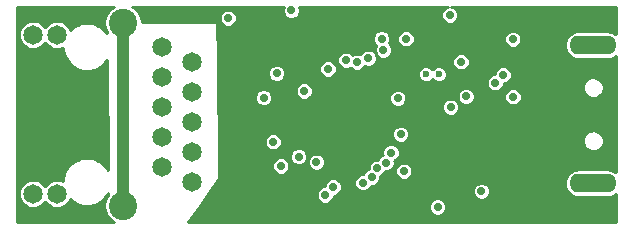
<source format=gbr>
G04 #@! TF.GenerationSoftware,KiCad,Pcbnew,5.99.0-unknown-efbc802~86~ubuntu18.04.1*
G04 #@! TF.CreationDate,2019-09-12T13:39:22+03:00*
G04 #@! TF.ProjectId,USB-GIGABIT_Rev_C,5553422d-4749-4474-9142-49545f526576,rev?*
G04 #@! TF.SameCoordinates,Original*
G04 #@! TF.FileFunction,Copper,L2,Inr*
G04 #@! TF.FilePolarity,Positive*
%FSLAX46Y46*%
G04 Gerber Fmt 4.6, Leading zero omitted, Abs format (unit mm)*
G04 Created by KiCad (PCBNEW 5.99.0-unknown-efbc802~86~ubuntu18.04.1) date 2019-09-12 13:39:22*
%MOMM*%
%LPD*%
G04 APERTURE LIST*
%ADD10O,4.000000X1.600000*%
%ADD11O,1.800000X1.800000*%
%ADD12C,0.600000*%
%ADD13C,2.400000*%
%ADD14C,1.650000*%
%ADD15C,0.700000*%
%ADD16C,1.016000*%
%ADD17C,0.254000*%
G04 APERTURE END LIST*
D10*
X104200000Y-64150000D03*
X104200000Y-75850000D03*
D11*
X83500000Y-70405500D03*
D12*
X62450000Y-67200000D03*
X59055000Y-66675000D03*
X58610500Y-73914000D03*
X62750000Y-73850000D03*
X73342500Y-76517500D03*
X74993500Y-67881500D03*
X91150000Y-66600000D03*
X90050000Y-66600000D03*
X80250000Y-75700000D03*
X78422500Y-75184000D03*
X93600000Y-67500000D03*
X95200000Y-64600000D03*
X73150000Y-66100000D03*
X73000000Y-69650000D03*
X73723500Y-73533000D03*
D13*
X64389500Y-77747000D03*
X64389500Y-62253000D03*
D14*
X56769500Y-76731000D03*
X58801500Y-76731000D03*
X56769500Y-63269000D03*
X58801500Y-63269000D03*
X70231500Y-75715000D03*
X67691500Y-74445000D03*
X70231500Y-73175000D03*
X67691500Y-71905000D03*
X70231500Y-70635000D03*
X67691500Y-69365000D03*
X70231500Y-68095000D03*
X67691500Y-66825000D03*
X70231500Y-65555000D03*
X67691500Y-64285000D03*
D15*
X66850000Y-61400000D03*
X61350000Y-78550000D03*
X59250000Y-78450000D03*
X59300000Y-61550000D03*
X61350000Y-61550000D03*
X86500000Y-61900000D03*
X81754942Y-66156343D03*
X93446600Y-68491100D03*
X91020900Y-77851000D03*
X97409000Y-68516500D03*
X88350001Y-63600000D03*
X93000000Y-65550000D03*
X97395200Y-63650000D03*
X87650000Y-68650000D03*
X92050000Y-61600000D03*
X92130343Y-69396500D03*
X84219221Y-65591605D03*
X86277998Y-63593899D03*
X85166192Y-65246747D03*
X86443988Y-64547064D03*
X85438012Y-75297518D03*
X85916937Y-74559243D03*
X80772000Y-74053700D03*
X76296520Y-68583217D03*
X86654781Y-74079652D03*
X84707225Y-75787794D03*
X77114400Y-72326500D03*
X94742000Y-76517500D03*
X88164672Y-74819235D03*
X77393800Y-66535300D03*
X73304400Y-61861700D03*
X79733345Y-68033100D03*
X83277947Y-65414012D03*
X87895878Y-71691651D03*
X87083900Y-73240900D03*
X79260700Y-73583800D03*
X71348600Y-77939900D03*
X91059000Y-76517500D03*
X97536000Y-77851000D03*
X103568500Y-66675000D03*
X103441500Y-70294500D03*
X98950000Y-64000000D03*
X79438500Y-66484500D03*
X62534800Y-69596000D03*
X76717018Y-65332482D03*
X70815200Y-61734700D03*
X90652600Y-72453500D03*
X89890601Y-68745100D03*
X78650000Y-61200002D03*
X82185876Y-76164124D03*
X81514124Y-76835876D03*
X95906237Y-67330697D03*
X96577989Y-66658945D03*
X77749400Y-74371200D03*
D16*
X64389500Y-62253000D02*
X64389500Y-77747000D01*
D17*
G36*
X77920001Y-61084381D02*
G01*
X77920001Y-61315623D01*
X77991459Y-61535546D01*
X78127378Y-61722624D01*
X78314456Y-61858543D01*
X78534379Y-61930001D01*
X78765621Y-61930001D01*
X78985544Y-61858543D01*
X79172622Y-61722624D01*
X79308541Y-61535546D01*
X79379999Y-61315623D01*
X79379999Y-61084381D01*
X79313591Y-60880000D01*
X91903606Y-60880000D01*
X91714456Y-60941459D01*
X91527378Y-61077378D01*
X91391459Y-61264456D01*
X91320001Y-61484379D01*
X91320001Y-61715621D01*
X91391459Y-61935544D01*
X91527378Y-62122622D01*
X91714456Y-62258541D01*
X91934379Y-62329999D01*
X92165621Y-62329999D01*
X92385544Y-62258541D01*
X92572622Y-62122622D01*
X92708541Y-61935544D01*
X92779999Y-61715621D01*
X92779999Y-61484379D01*
X92708541Y-61264456D01*
X92572622Y-61077378D01*
X92385544Y-60941459D01*
X92196394Y-60880000D01*
X106120000Y-60880000D01*
X106120000Y-63213713D01*
X106069883Y-63171660D01*
X105867098Y-63060179D01*
X105646098Y-62990073D01*
X105455116Y-62970000D01*
X102941834Y-62970000D01*
X102769696Y-62986878D01*
X102548164Y-63053763D01*
X102343842Y-63162403D01*
X102164513Y-63308659D01*
X102017007Y-63486963D01*
X101906944Y-63690522D01*
X101838515Y-63911582D01*
X101814326Y-64141722D01*
X101835299Y-64372178D01*
X101900636Y-64594172D01*
X102007846Y-64799248D01*
X102152848Y-64979593D01*
X102330117Y-65128340D01*
X102532902Y-65239821D01*
X102753902Y-65309927D01*
X102944884Y-65330000D01*
X105458166Y-65330000D01*
X105630304Y-65313122D01*
X105851836Y-65246237D01*
X106056158Y-65137597D01*
X106120000Y-65085529D01*
X106120001Y-74913714D01*
X106069883Y-74871660D01*
X105867098Y-74760179D01*
X105646098Y-74690073D01*
X105455116Y-74670000D01*
X102941834Y-74670000D01*
X102769696Y-74686878D01*
X102548164Y-74753763D01*
X102343842Y-74862403D01*
X102164513Y-75008659D01*
X102017007Y-75186963D01*
X101906944Y-75390522D01*
X101838515Y-75611582D01*
X101814326Y-75841722D01*
X101835299Y-76072178D01*
X101900636Y-76294172D01*
X102007846Y-76499248D01*
X102152848Y-76679593D01*
X102330117Y-76828340D01*
X102532902Y-76939821D01*
X102753902Y-77009927D01*
X102944884Y-77030000D01*
X105458166Y-77030000D01*
X105630304Y-77013122D01*
X105851836Y-76946237D01*
X106056158Y-76837597D01*
X106120001Y-76785528D01*
X106120001Y-79120000D01*
X69924980Y-79120000D01*
X70890403Y-77735379D01*
X90290901Y-77735379D01*
X90290901Y-77966621D01*
X90362359Y-78186544D01*
X90498278Y-78373622D01*
X90685356Y-78509541D01*
X90905279Y-78580999D01*
X91136521Y-78580999D01*
X91356444Y-78509541D01*
X91543522Y-78373622D01*
X91679441Y-78186544D01*
X91750899Y-77966621D01*
X91750899Y-77735379D01*
X91679441Y-77515456D01*
X91543522Y-77328378D01*
X91356444Y-77192459D01*
X91136521Y-77121001D01*
X90905279Y-77121001D01*
X90685356Y-77192459D01*
X90498278Y-77328378D01*
X90362359Y-77515456D01*
X90290901Y-77735379D01*
X70890403Y-77735379D01*
X71598196Y-76720255D01*
X80784125Y-76720255D01*
X80784125Y-76951497D01*
X80855583Y-77171420D01*
X80991502Y-77358498D01*
X81178580Y-77494417D01*
X81398503Y-77565875D01*
X81629745Y-77565875D01*
X81849668Y-77494417D01*
X82036746Y-77358498D01*
X82172665Y-77171420D01*
X82244123Y-76951497D01*
X82244123Y-76894123D01*
X82301497Y-76894123D01*
X82521420Y-76822665D01*
X82708498Y-76686746D01*
X82844417Y-76499668D01*
X82915875Y-76279745D01*
X82915875Y-76048503D01*
X82844417Y-75828580D01*
X82730782Y-75672173D01*
X83977226Y-75672173D01*
X83977226Y-75903415D01*
X84048684Y-76123338D01*
X84184603Y-76310416D01*
X84371681Y-76446335D01*
X84591604Y-76517793D01*
X84822846Y-76517793D01*
X85042769Y-76446335D01*
X85103957Y-76401879D01*
X94012001Y-76401879D01*
X94012001Y-76633121D01*
X94083459Y-76853044D01*
X94219378Y-77040122D01*
X94406456Y-77176041D01*
X94626379Y-77247499D01*
X94857621Y-77247499D01*
X95077544Y-77176041D01*
X95264622Y-77040122D01*
X95400541Y-76853044D01*
X95471999Y-76633121D01*
X95471999Y-76401879D01*
X95400541Y-76181956D01*
X95264622Y-75994878D01*
X95077544Y-75858959D01*
X94857621Y-75787501D01*
X94626379Y-75787501D01*
X94406456Y-75858959D01*
X94219378Y-75994878D01*
X94083459Y-76181956D01*
X94012001Y-76401879D01*
X85103957Y-76401879D01*
X85229847Y-76310416D01*
X85365766Y-76123338D01*
X85396900Y-76027517D01*
X85553633Y-76027517D01*
X85773556Y-75956059D01*
X85960634Y-75820140D01*
X86096553Y-75633062D01*
X86168011Y-75413139D01*
X86168011Y-75245230D01*
X86252481Y-75217784D01*
X86439559Y-75081865D01*
X86575478Y-74894787D01*
X86603140Y-74809651D01*
X86770402Y-74809651D01*
X86990325Y-74738193D01*
X87037919Y-74703614D01*
X87434673Y-74703614D01*
X87434673Y-74934856D01*
X87506131Y-75154779D01*
X87642050Y-75341857D01*
X87829128Y-75477776D01*
X88049051Y-75549234D01*
X88280293Y-75549234D01*
X88500216Y-75477776D01*
X88687294Y-75341857D01*
X88823213Y-75154779D01*
X88894671Y-74934856D01*
X88894671Y-74703614D01*
X88823213Y-74483691D01*
X88687294Y-74296613D01*
X88500216Y-74160694D01*
X88280293Y-74089236D01*
X88049051Y-74089236D01*
X87829128Y-74160694D01*
X87642050Y-74296613D01*
X87506131Y-74483691D01*
X87434673Y-74703614D01*
X87037919Y-74703614D01*
X87177403Y-74602274D01*
X87313322Y-74415196D01*
X87384780Y-74195273D01*
X87384780Y-73964031D01*
X87369107Y-73915796D01*
X87419444Y-73899441D01*
X87606522Y-73763522D01*
X87742441Y-73576444D01*
X87813899Y-73356521D01*
X87813899Y-73125279D01*
X87742441Y-72905356D01*
X87606522Y-72718278D01*
X87419444Y-72582359D01*
X87199521Y-72510901D01*
X86968279Y-72510901D01*
X86748356Y-72582359D01*
X86561278Y-72718278D01*
X86425359Y-72905356D01*
X86353901Y-73125279D01*
X86353901Y-73356521D01*
X86369574Y-73404756D01*
X86319237Y-73421111D01*
X86132159Y-73557030D01*
X85996240Y-73744108D01*
X85968578Y-73829244D01*
X85801316Y-73829244D01*
X85581393Y-73900702D01*
X85394315Y-74036621D01*
X85258396Y-74223699D01*
X85186938Y-74443622D01*
X85186938Y-74611531D01*
X85102468Y-74638977D01*
X84915390Y-74774896D01*
X84779471Y-74961974D01*
X84748337Y-75057795D01*
X84591604Y-75057795D01*
X84371681Y-75129253D01*
X84184603Y-75265172D01*
X84048684Y-75452250D01*
X83977226Y-75672173D01*
X82730782Y-75672173D01*
X82708498Y-75641502D01*
X82521420Y-75505583D01*
X82301497Y-75434125D01*
X82070255Y-75434125D01*
X81850332Y-75505583D01*
X81663254Y-75641502D01*
X81527335Y-75828580D01*
X81455877Y-76048503D01*
X81455877Y-76105877D01*
X81398503Y-76105877D01*
X81178580Y-76177335D01*
X80991502Y-76313254D01*
X80855583Y-76500332D01*
X80784125Y-76720255D01*
X71598196Y-76720255D01*
X72526456Y-75388936D01*
X72513430Y-74255579D01*
X77019401Y-74255579D01*
X77019401Y-74486821D01*
X77090859Y-74706744D01*
X77226778Y-74893822D01*
X77413856Y-75029741D01*
X77633779Y-75101199D01*
X77865021Y-75101199D01*
X78084944Y-75029741D01*
X78272022Y-74893822D01*
X78407941Y-74706744D01*
X78479399Y-74486821D01*
X78479399Y-74255579D01*
X78407941Y-74035656D01*
X78272022Y-73848578D01*
X78084944Y-73712659D01*
X77865021Y-73641201D01*
X77633779Y-73641201D01*
X77413856Y-73712659D01*
X77226778Y-73848578D01*
X77090859Y-74035656D01*
X77019401Y-74255579D01*
X72513430Y-74255579D01*
X72504380Y-73468179D01*
X78530701Y-73468179D01*
X78530701Y-73699421D01*
X78602159Y-73919344D01*
X78738078Y-74106422D01*
X78925156Y-74242341D01*
X79145079Y-74313799D01*
X79376321Y-74313799D01*
X79596244Y-74242341D01*
X79783322Y-74106422D01*
X79905629Y-73938079D01*
X80042001Y-73938079D01*
X80042001Y-74169321D01*
X80113459Y-74389244D01*
X80249378Y-74576322D01*
X80436456Y-74712241D01*
X80656379Y-74783699D01*
X80887621Y-74783699D01*
X81107544Y-74712241D01*
X81294622Y-74576322D01*
X81430541Y-74389244D01*
X81501999Y-74169321D01*
X81501999Y-73938079D01*
X81430541Y-73718156D01*
X81294622Y-73531078D01*
X81107544Y-73395159D01*
X80887621Y-73323701D01*
X80656379Y-73323701D01*
X80436456Y-73395159D01*
X80249378Y-73531078D01*
X80113459Y-73718156D01*
X80042001Y-73938079D01*
X79905629Y-73938079D01*
X79919241Y-73919344D01*
X79990699Y-73699421D01*
X79990699Y-73468179D01*
X79919241Y-73248256D01*
X79783322Y-73061178D01*
X79596244Y-72925259D01*
X79376321Y-72853801D01*
X79145079Y-72853801D01*
X78925156Y-72925259D01*
X78738078Y-73061178D01*
X78602159Y-73248256D01*
X78530701Y-73468179D01*
X72504380Y-73468179D01*
X72489927Y-72210879D01*
X76384401Y-72210879D01*
X76384401Y-72442121D01*
X76455859Y-72662044D01*
X76591778Y-72849122D01*
X76778856Y-72985041D01*
X76998779Y-73056499D01*
X77230021Y-73056499D01*
X77449944Y-72985041D01*
X77637022Y-72849122D01*
X77772941Y-72662044D01*
X77844399Y-72442121D01*
X77844399Y-72210879D01*
X77772941Y-71990956D01*
X77637022Y-71803878D01*
X77449944Y-71667959D01*
X77230021Y-71596501D01*
X76998779Y-71596501D01*
X76778856Y-71667959D01*
X76591778Y-71803878D01*
X76455859Y-71990956D01*
X76384401Y-72210879D01*
X72489927Y-72210879D01*
X72482630Y-71576030D01*
X87165879Y-71576030D01*
X87165879Y-71807272D01*
X87237337Y-72027195D01*
X87373256Y-72214273D01*
X87560334Y-72350192D01*
X87780257Y-72421650D01*
X88011499Y-72421650D01*
X88231422Y-72350192D01*
X88379967Y-72242268D01*
X103314048Y-72242268D01*
X103336032Y-72446289D01*
X103404361Y-72639780D01*
X103515369Y-72812362D01*
X103663103Y-72954777D01*
X103839637Y-73059388D01*
X104035503Y-73120581D01*
X104240190Y-73135074D01*
X104442724Y-73102089D01*
X104632237Y-73023396D01*
X104798563Y-72903217D01*
X104932781Y-72747997D01*
X105027692Y-72566064D01*
X105078326Y-72366691D01*
X105080229Y-72148656D01*
X105033082Y-71948429D01*
X104941361Y-71764867D01*
X104809872Y-71607329D01*
X104645669Y-71484265D01*
X104457557Y-71402277D01*
X104255631Y-71365763D01*
X104050721Y-71376681D01*
X103853817Y-71434446D01*
X103675485Y-71535959D01*
X103525288Y-71675775D01*
X103411284Y-71846394D01*
X103339589Y-72038663D01*
X103314048Y-72242268D01*
X88379967Y-72242268D01*
X88418500Y-72214273D01*
X88554419Y-72027195D01*
X88625877Y-71807272D01*
X88625877Y-71576030D01*
X88554419Y-71356107D01*
X88418500Y-71169029D01*
X88231422Y-71033110D01*
X88011499Y-70961652D01*
X87780257Y-70961652D01*
X87560334Y-71033110D01*
X87373256Y-71169029D01*
X87237337Y-71356107D01*
X87165879Y-71576030D01*
X72482630Y-71576030D01*
X72446901Y-68467596D01*
X75566521Y-68467596D01*
X75566521Y-68698838D01*
X75637979Y-68918761D01*
X75773898Y-69105839D01*
X75960976Y-69241758D01*
X76180899Y-69313216D01*
X76412141Y-69313216D01*
X76632064Y-69241758D01*
X76819142Y-69105839D01*
X76955061Y-68918761D01*
X77026519Y-68698838D01*
X77026519Y-68467596D01*
X76955061Y-68247673D01*
X76819142Y-68060595D01*
X76632064Y-67924676D01*
X76609915Y-67917479D01*
X79003346Y-67917479D01*
X79003346Y-68148721D01*
X79074804Y-68368644D01*
X79210723Y-68555722D01*
X79397801Y-68691641D01*
X79617724Y-68763099D01*
X79848966Y-68763099D01*
X80068889Y-68691641D01*
X80255967Y-68555722D01*
X80271473Y-68534379D01*
X86920001Y-68534379D01*
X86920001Y-68765621D01*
X86991459Y-68985544D01*
X87127378Y-69172622D01*
X87314456Y-69308541D01*
X87534379Y-69379999D01*
X87765621Y-69379999D01*
X87985544Y-69308541D01*
X88023617Y-69280879D01*
X91400344Y-69280879D01*
X91400344Y-69512121D01*
X91471802Y-69732044D01*
X91607721Y-69919122D01*
X91794799Y-70055041D01*
X92014722Y-70126499D01*
X92245964Y-70126499D01*
X92465887Y-70055041D01*
X92652965Y-69919122D01*
X92788884Y-69732044D01*
X92860342Y-69512121D01*
X92860342Y-69280879D01*
X92788884Y-69060956D01*
X92652965Y-68873878D01*
X92465887Y-68737959D01*
X92245964Y-68666501D01*
X92014722Y-68666501D01*
X91794799Y-68737959D01*
X91607721Y-68873878D01*
X91471802Y-69060956D01*
X91400344Y-69280879D01*
X88023617Y-69280879D01*
X88172622Y-69172622D01*
X88308541Y-68985544D01*
X88379999Y-68765621D01*
X88379999Y-68534379D01*
X88328369Y-68375479D01*
X92716601Y-68375479D01*
X92716601Y-68606721D01*
X92788059Y-68826644D01*
X92923978Y-69013722D01*
X93111056Y-69149641D01*
X93330979Y-69221099D01*
X93562221Y-69221099D01*
X93782144Y-69149641D01*
X93969222Y-69013722D01*
X94105141Y-68826644D01*
X94176599Y-68606721D01*
X94176599Y-68400879D01*
X96679001Y-68400879D01*
X96679001Y-68632121D01*
X96750459Y-68852044D01*
X96886378Y-69039122D01*
X97073456Y-69175041D01*
X97293379Y-69246499D01*
X97524621Y-69246499D01*
X97744544Y-69175041D01*
X97931622Y-69039122D01*
X98067541Y-68852044D01*
X98138999Y-68632121D01*
X98138999Y-68400879D01*
X98067541Y-68180956D01*
X97931622Y-67993878D01*
X97744544Y-67857959D01*
X97524621Y-67786501D01*
X97293379Y-67786501D01*
X97073456Y-67857959D01*
X96886378Y-67993878D01*
X96750459Y-68180956D01*
X96679001Y-68400879D01*
X94176599Y-68400879D01*
X94176599Y-68375479D01*
X94105141Y-68155556D01*
X93969222Y-67968478D01*
X93782144Y-67832559D01*
X93562221Y-67761101D01*
X93330979Y-67761101D01*
X93111056Y-67832559D01*
X92923978Y-67968478D01*
X92788059Y-68155556D01*
X92716601Y-68375479D01*
X88328369Y-68375479D01*
X88308541Y-68314456D01*
X88172622Y-68127378D01*
X87985544Y-67991459D01*
X87765621Y-67920001D01*
X87534379Y-67920001D01*
X87314456Y-67991459D01*
X87127378Y-68127378D01*
X86991459Y-68314456D01*
X86920001Y-68534379D01*
X80271473Y-68534379D01*
X80391886Y-68368644D01*
X80463344Y-68148721D01*
X80463344Y-67917479D01*
X80391886Y-67697556D01*
X80255967Y-67510478D01*
X80068889Y-67374559D01*
X79848966Y-67303101D01*
X79617724Y-67303101D01*
X79397801Y-67374559D01*
X79210723Y-67510478D01*
X79074804Y-67697556D01*
X79003346Y-67917479D01*
X76609915Y-67917479D01*
X76412141Y-67853218D01*
X76180899Y-67853218D01*
X75960976Y-67924676D01*
X75773898Y-68060595D01*
X75637979Y-68247673D01*
X75566521Y-68467596D01*
X72446901Y-68467596D01*
X72423362Y-66419679D01*
X76663801Y-66419679D01*
X76663801Y-66650921D01*
X76735259Y-66870844D01*
X76871178Y-67057922D01*
X77058256Y-67193841D01*
X77278179Y-67265299D01*
X77509421Y-67265299D01*
X77729344Y-67193841D01*
X77916422Y-67057922D01*
X78052341Y-66870844D01*
X78123799Y-66650921D01*
X78123799Y-66419679D01*
X78052341Y-66199756D01*
X77936797Y-66040722D01*
X81024943Y-66040722D01*
X81024943Y-66271964D01*
X81096401Y-66491887D01*
X81232320Y-66678965D01*
X81419398Y-66814884D01*
X81639321Y-66886342D01*
X81870563Y-66886342D01*
X82090486Y-66814884D01*
X82277564Y-66678965D01*
X82340157Y-66592812D01*
X89363653Y-66592812D01*
X89387004Y-66777650D01*
X89459200Y-66949398D01*
X89574924Y-67095405D01*
X89725649Y-67204913D01*
X89900270Y-67269854D01*
X90085923Y-67285444D01*
X90268929Y-67250534D01*
X90435806Y-67167695D01*
X90574258Y-67043032D01*
X90600562Y-67001584D01*
X90674924Y-67095405D01*
X90825649Y-67204913D01*
X91000270Y-67269854D01*
X91185923Y-67285444D01*
X91368929Y-67250534D01*
X91440358Y-67215076D01*
X95176238Y-67215076D01*
X95176238Y-67446318D01*
X95247696Y-67666241D01*
X95383615Y-67853319D01*
X95570693Y-67989238D01*
X95790616Y-68060696D01*
X96021858Y-68060696D01*
X96241781Y-67989238D01*
X96428859Y-67853319D01*
X96509541Y-67742268D01*
X103314048Y-67742268D01*
X103336032Y-67946289D01*
X103404361Y-68139780D01*
X103515369Y-68312362D01*
X103663103Y-68454777D01*
X103839637Y-68559388D01*
X104035503Y-68620581D01*
X104240190Y-68635074D01*
X104442724Y-68602089D01*
X104632237Y-68523396D01*
X104798563Y-68403217D01*
X104932781Y-68247997D01*
X105027692Y-68066064D01*
X105078326Y-67866691D01*
X105080229Y-67648656D01*
X105033082Y-67448429D01*
X104941361Y-67264867D01*
X104809872Y-67107329D01*
X104645669Y-66984265D01*
X104457557Y-66902277D01*
X104255631Y-66865763D01*
X104050721Y-66876681D01*
X103853817Y-66934446D01*
X103675485Y-67035959D01*
X103525288Y-67175775D01*
X103411284Y-67346394D01*
X103339589Y-67538663D01*
X103314048Y-67742268D01*
X96509541Y-67742268D01*
X96564778Y-67666241D01*
X96636236Y-67446318D01*
X96636236Y-67388944D01*
X96693610Y-67388944D01*
X96913533Y-67317486D01*
X97100611Y-67181567D01*
X97236530Y-66994489D01*
X97307988Y-66774566D01*
X97307988Y-66543324D01*
X97236530Y-66323401D01*
X97100611Y-66136323D01*
X96913533Y-66000404D01*
X96693610Y-65928946D01*
X96462368Y-65928946D01*
X96242445Y-66000404D01*
X96055367Y-66136323D01*
X95919448Y-66323401D01*
X95847990Y-66543324D01*
X95847990Y-66600698D01*
X95790616Y-66600698D01*
X95570693Y-66672156D01*
X95383615Y-66808075D01*
X95247696Y-66995153D01*
X95176238Y-67215076D01*
X91440358Y-67215076D01*
X91535806Y-67167695D01*
X91674258Y-67043032D01*
X91774086Y-66885729D01*
X91828128Y-66706730D01*
X91830215Y-66507495D01*
X91779933Y-66327404D01*
X91683421Y-66168044D01*
X91547610Y-66040509D01*
X91382504Y-65954194D01*
X91200269Y-65915459D01*
X91014331Y-65927157D01*
X90838388Y-65988427D01*
X90685403Y-66094755D01*
X90600898Y-66196903D01*
X90583421Y-66168044D01*
X90447610Y-66040509D01*
X90282504Y-65954194D01*
X90100269Y-65915459D01*
X89914331Y-65927157D01*
X89738388Y-65988427D01*
X89585403Y-66094755D01*
X89466647Y-66238305D01*
X89390869Y-66408505D01*
X89363653Y-66592812D01*
X82340157Y-66592812D01*
X82413483Y-66491887D01*
X82484941Y-66271964D01*
X82484941Y-66040722D01*
X82413483Y-65820799D01*
X82277564Y-65633721D01*
X82090486Y-65497802D01*
X81870563Y-65426344D01*
X81639321Y-65426344D01*
X81419398Y-65497802D01*
X81232320Y-65633721D01*
X81096401Y-65820799D01*
X81024943Y-66040722D01*
X77936797Y-66040722D01*
X77916422Y-66012678D01*
X77729344Y-65876759D01*
X77509421Y-65805301D01*
X77278179Y-65805301D01*
X77058256Y-65876759D01*
X76871178Y-66012678D01*
X76735259Y-66199756D01*
X76663801Y-66419679D01*
X72423362Y-66419679D01*
X72410474Y-65298391D01*
X82547948Y-65298391D01*
X82547948Y-65529633D01*
X82619406Y-65749556D01*
X82755325Y-65936634D01*
X82942403Y-66072553D01*
X83162326Y-66144011D01*
X83393568Y-66144011D01*
X83613491Y-66072553D01*
X83648069Y-66047431D01*
X83696599Y-66114227D01*
X83883677Y-66250146D01*
X84103600Y-66321604D01*
X84334842Y-66321604D01*
X84554765Y-66250146D01*
X84741843Y-66114227D01*
X84877762Y-65927149D01*
X84879688Y-65921222D01*
X85050571Y-65976746D01*
X85281813Y-65976746D01*
X85501736Y-65905288D01*
X85688814Y-65769369D01*
X85824733Y-65582291D01*
X85872792Y-65434379D01*
X92270001Y-65434379D01*
X92270001Y-65665621D01*
X92341459Y-65885544D01*
X92477378Y-66072622D01*
X92664456Y-66208541D01*
X92884379Y-66279999D01*
X93115621Y-66279999D01*
X93335544Y-66208541D01*
X93522622Y-66072622D01*
X93658541Y-65885544D01*
X93729999Y-65665621D01*
X93729999Y-65434379D01*
X93658541Y-65214456D01*
X93522622Y-65027378D01*
X93335544Y-64891459D01*
X93115621Y-64820001D01*
X92884379Y-64820001D01*
X92664456Y-64891459D01*
X92477378Y-65027378D01*
X92341459Y-65214456D01*
X92270001Y-65434379D01*
X85872792Y-65434379D01*
X85896191Y-65362368D01*
X85896191Y-65131126D01*
X85839709Y-64957294D01*
X85921366Y-65069686D01*
X86108444Y-65205605D01*
X86328367Y-65277063D01*
X86559609Y-65277063D01*
X86779532Y-65205605D01*
X86966610Y-65069686D01*
X87102529Y-64882608D01*
X87173987Y-64662685D01*
X87173987Y-64431443D01*
X87102529Y-64211520D01*
X86966610Y-64024442D01*
X86901754Y-63977321D01*
X86936539Y-63929443D01*
X87007997Y-63709520D01*
X87007997Y-63484379D01*
X87620002Y-63484379D01*
X87620002Y-63715621D01*
X87691460Y-63935544D01*
X87827379Y-64122622D01*
X88014457Y-64258541D01*
X88234380Y-64329999D01*
X88465622Y-64329999D01*
X88685545Y-64258541D01*
X88872623Y-64122622D01*
X89008542Y-63935544D01*
X89080000Y-63715621D01*
X89080000Y-63534379D01*
X96665201Y-63534379D01*
X96665201Y-63765621D01*
X96736659Y-63985544D01*
X96872578Y-64172622D01*
X97059656Y-64308541D01*
X97279579Y-64379999D01*
X97510821Y-64379999D01*
X97730744Y-64308541D01*
X97917822Y-64172622D01*
X98053741Y-63985544D01*
X98125199Y-63765621D01*
X98125199Y-63534379D01*
X98053741Y-63314456D01*
X97917822Y-63127378D01*
X97730744Y-62991459D01*
X97510821Y-62920001D01*
X97279579Y-62920001D01*
X97059656Y-62991459D01*
X96872578Y-63127378D01*
X96736659Y-63314456D01*
X96665201Y-63534379D01*
X89080000Y-63534379D01*
X89080000Y-63484379D01*
X89008542Y-63264456D01*
X88872623Y-63077378D01*
X88685545Y-62941459D01*
X88465622Y-62870001D01*
X88234380Y-62870001D01*
X88014457Y-62941459D01*
X87827379Y-63077378D01*
X87691460Y-63264456D01*
X87620002Y-63484379D01*
X87007997Y-63484379D01*
X87007997Y-63478278D01*
X86936539Y-63258355D01*
X86800620Y-63071277D01*
X86613542Y-62935358D01*
X86393619Y-62863900D01*
X86162377Y-62863900D01*
X85942454Y-62935358D01*
X85755376Y-63071277D01*
X85619457Y-63258355D01*
X85547999Y-63478278D01*
X85547999Y-63709520D01*
X85619457Y-63929443D01*
X85755376Y-64116521D01*
X85820232Y-64163642D01*
X85785447Y-64211520D01*
X85713989Y-64431443D01*
X85713989Y-64662685D01*
X85770471Y-64836517D01*
X85688814Y-64724125D01*
X85501736Y-64588206D01*
X85281813Y-64516748D01*
X85050571Y-64516748D01*
X84830648Y-64588206D01*
X84643570Y-64724125D01*
X84507651Y-64911203D01*
X84505725Y-64917130D01*
X84334842Y-64861606D01*
X84103600Y-64861606D01*
X83883677Y-64933064D01*
X83849099Y-64958186D01*
X83800569Y-64891390D01*
X83613491Y-64755471D01*
X83393568Y-64684013D01*
X83162326Y-64684013D01*
X82942403Y-64755471D01*
X82755325Y-64891390D01*
X82619406Y-65078468D01*
X82547948Y-65298391D01*
X72410474Y-65298391D01*
X72374560Y-62174000D01*
X65968623Y-62174000D01*
X65969830Y-62124624D01*
X65927143Y-61866771D01*
X65886056Y-61746079D01*
X72574401Y-61746079D01*
X72574401Y-61977321D01*
X72645859Y-62197244D01*
X72781778Y-62384322D01*
X72968856Y-62520241D01*
X73188779Y-62591699D01*
X73420021Y-62591699D01*
X73639944Y-62520241D01*
X73827022Y-62384322D01*
X73962941Y-62197244D01*
X74034399Y-61977321D01*
X74034399Y-61746079D01*
X73962941Y-61526156D01*
X73827022Y-61339078D01*
X73639944Y-61203159D01*
X73420021Y-61131701D01*
X73188779Y-61131701D01*
X72968856Y-61203159D01*
X72781778Y-61339078D01*
X72645859Y-61526156D01*
X72574401Y-61746079D01*
X65886056Y-61746079D01*
X65843414Y-61620820D01*
X65720640Y-61391847D01*
X65562117Y-61186000D01*
X65372103Y-61008810D01*
X65178230Y-60880000D01*
X77986409Y-60880000D01*
X77920001Y-61084381D01*
X77920001Y-61084381D01*
G37*
X77920001Y-61084381D02*
X77920001Y-61315623D01*
X77991459Y-61535546D01*
X78127378Y-61722624D01*
X78314456Y-61858543D01*
X78534379Y-61930001D01*
X78765621Y-61930001D01*
X78985544Y-61858543D01*
X79172622Y-61722624D01*
X79308541Y-61535546D01*
X79379999Y-61315623D01*
X79379999Y-61084381D01*
X79313591Y-60880000D01*
X91903606Y-60880000D01*
X91714456Y-60941459D01*
X91527378Y-61077378D01*
X91391459Y-61264456D01*
X91320001Y-61484379D01*
X91320001Y-61715621D01*
X91391459Y-61935544D01*
X91527378Y-62122622D01*
X91714456Y-62258541D01*
X91934379Y-62329999D01*
X92165621Y-62329999D01*
X92385544Y-62258541D01*
X92572622Y-62122622D01*
X92708541Y-61935544D01*
X92779999Y-61715621D01*
X92779999Y-61484379D01*
X92708541Y-61264456D01*
X92572622Y-61077378D01*
X92385544Y-60941459D01*
X92196394Y-60880000D01*
X106120000Y-60880000D01*
X106120000Y-63213713D01*
X106069883Y-63171660D01*
X105867098Y-63060179D01*
X105646098Y-62990073D01*
X105455116Y-62970000D01*
X102941834Y-62970000D01*
X102769696Y-62986878D01*
X102548164Y-63053763D01*
X102343842Y-63162403D01*
X102164513Y-63308659D01*
X102017007Y-63486963D01*
X101906944Y-63690522D01*
X101838515Y-63911582D01*
X101814326Y-64141722D01*
X101835299Y-64372178D01*
X101900636Y-64594172D01*
X102007846Y-64799248D01*
X102152848Y-64979593D01*
X102330117Y-65128340D01*
X102532902Y-65239821D01*
X102753902Y-65309927D01*
X102944884Y-65330000D01*
X105458166Y-65330000D01*
X105630304Y-65313122D01*
X105851836Y-65246237D01*
X106056158Y-65137597D01*
X106120000Y-65085529D01*
X106120001Y-74913714D01*
X106069883Y-74871660D01*
X105867098Y-74760179D01*
X105646098Y-74690073D01*
X105455116Y-74670000D01*
X102941834Y-74670000D01*
X102769696Y-74686878D01*
X102548164Y-74753763D01*
X102343842Y-74862403D01*
X102164513Y-75008659D01*
X102017007Y-75186963D01*
X101906944Y-75390522D01*
X101838515Y-75611582D01*
X101814326Y-75841722D01*
X101835299Y-76072178D01*
X101900636Y-76294172D01*
X102007846Y-76499248D01*
X102152848Y-76679593D01*
X102330117Y-76828340D01*
X102532902Y-76939821D01*
X102753902Y-77009927D01*
X102944884Y-77030000D01*
X105458166Y-77030000D01*
X105630304Y-77013122D01*
X105851836Y-76946237D01*
X106056158Y-76837597D01*
X106120001Y-76785528D01*
X106120001Y-79120000D01*
X69924980Y-79120000D01*
X70890403Y-77735379D01*
X90290901Y-77735379D01*
X90290901Y-77966621D01*
X90362359Y-78186544D01*
X90498278Y-78373622D01*
X90685356Y-78509541D01*
X90905279Y-78580999D01*
X91136521Y-78580999D01*
X91356444Y-78509541D01*
X91543522Y-78373622D01*
X91679441Y-78186544D01*
X91750899Y-77966621D01*
X91750899Y-77735379D01*
X91679441Y-77515456D01*
X91543522Y-77328378D01*
X91356444Y-77192459D01*
X91136521Y-77121001D01*
X90905279Y-77121001D01*
X90685356Y-77192459D01*
X90498278Y-77328378D01*
X90362359Y-77515456D01*
X90290901Y-77735379D01*
X70890403Y-77735379D01*
X71598196Y-76720255D01*
X80784125Y-76720255D01*
X80784125Y-76951497D01*
X80855583Y-77171420D01*
X80991502Y-77358498D01*
X81178580Y-77494417D01*
X81398503Y-77565875D01*
X81629745Y-77565875D01*
X81849668Y-77494417D01*
X82036746Y-77358498D01*
X82172665Y-77171420D01*
X82244123Y-76951497D01*
X82244123Y-76894123D01*
X82301497Y-76894123D01*
X82521420Y-76822665D01*
X82708498Y-76686746D01*
X82844417Y-76499668D01*
X82915875Y-76279745D01*
X82915875Y-76048503D01*
X82844417Y-75828580D01*
X82730782Y-75672173D01*
X83977226Y-75672173D01*
X83977226Y-75903415D01*
X84048684Y-76123338D01*
X84184603Y-76310416D01*
X84371681Y-76446335D01*
X84591604Y-76517793D01*
X84822846Y-76517793D01*
X85042769Y-76446335D01*
X85103957Y-76401879D01*
X94012001Y-76401879D01*
X94012001Y-76633121D01*
X94083459Y-76853044D01*
X94219378Y-77040122D01*
X94406456Y-77176041D01*
X94626379Y-77247499D01*
X94857621Y-77247499D01*
X95077544Y-77176041D01*
X95264622Y-77040122D01*
X95400541Y-76853044D01*
X95471999Y-76633121D01*
X95471999Y-76401879D01*
X95400541Y-76181956D01*
X95264622Y-75994878D01*
X95077544Y-75858959D01*
X94857621Y-75787501D01*
X94626379Y-75787501D01*
X94406456Y-75858959D01*
X94219378Y-75994878D01*
X94083459Y-76181956D01*
X94012001Y-76401879D01*
X85103957Y-76401879D01*
X85229847Y-76310416D01*
X85365766Y-76123338D01*
X85396900Y-76027517D01*
X85553633Y-76027517D01*
X85773556Y-75956059D01*
X85960634Y-75820140D01*
X86096553Y-75633062D01*
X86168011Y-75413139D01*
X86168011Y-75245230D01*
X86252481Y-75217784D01*
X86439559Y-75081865D01*
X86575478Y-74894787D01*
X86603140Y-74809651D01*
X86770402Y-74809651D01*
X86990325Y-74738193D01*
X87037919Y-74703614D01*
X87434673Y-74703614D01*
X87434673Y-74934856D01*
X87506131Y-75154779D01*
X87642050Y-75341857D01*
X87829128Y-75477776D01*
X88049051Y-75549234D01*
X88280293Y-75549234D01*
X88500216Y-75477776D01*
X88687294Y-75341857D01*
X88823213Y-75154779D01*
X88894671Y-74934856D01*
X88894671Y-74703614D01*
X88823213Y-74483691D01*
X88687294Y-74296613D01*
X88500216Y-74160694D01*
X88280293Y-74089236D01*
X88049051Y-74089236D01*
X87829128Y-74160694D01*
X87642050Y-74296613D01*
X87506131Y-74483691D01*
X87434673Y-74703614D01*
X87037919Y-74703614D01*
X87177403Y-74602274D01*
X87313322Y-74415196D01*
X87384780Y-74195273D01*
X87384780Y-73964031D01*
X87369107Y-73915796D01*
X87419444Y-73899441D01*
X87606522Y-73763522D01*
X87742441Y-73576444D01*
X87813899Y-73356521D01*
X87813899Y-73125279D01*
X87742441Y-72905356D01*
X87606522Y-72718278D01*
X87419444Y-72582359D01*
X87199521Y-72510901D01*
X86968279Y-72510901D01*
X86748356Y-72582359D01*
X86561278Y-72718278D01*
X86425359Y-72905356D01*
X86353901Y-73125279D01*
X86353901Y-73356521D01*
X86369574Y-73404756D01*
X86319237Y-73421111D01*
X86132159Y-73557030D01*
X85996240Y-73744108D01*
X85968578Y-73829244D01*
X85801316Y-73829244D01*
X85581393Y-73900702D01*
X85394315Y-74036621D01*
X85258396Y-74223699D01*
X85186938Y-74443622D01*
X85186938Y-74611531D01*
X85102468Y-74638977D01*
X84915390Y-74774896D01*
X84779471Y-74961974D01*
X84748337Y-75057795D01*
X84591604Y-75057795D01*
X84371681Y-75129253D01*
X84184603Y-75265172D01*
X84048684Y-75452250D01*
X83977226Y-75672173D01*
X82730782Y-75672173D01*
X82708498Y-75641502D01*
X82521420Y-75505583D01*
X82301497Y-75434125D01*
X82070255Y-75434125D01*
X81850332Y-75505583D01*
X81663254Y-75641502D01*
X81527335Y-75828580D01*
X81455877Y-76048503D01*
X81455877Y-76105877D01*
X81398503Y-76105877D01*
X81178580Y-76177335D01*
X80991502Y-76313254D01*
X80855583Y-76500332D01*
X80784125Y-76720255D01*
X71598196Y-76720255D01*
X72526456Y-75388936D01*
X72513430Y-74255579D01*
X77019401Y-74255579D01*
X77019401Y-74486821D01*
X77090859Y-74706744D01*
X77226778Y-74893822D01*
X77413856Y-75029741D01*
X77633779Y-75101199D01*
X77865021Y-75101199D01*
X78084944Y-75029741D01*
X78272022Y-74893822D01*
X78407941Y-74706744D01*
X78479399Y-74486821D01*
X78479399Y-74255579D01*
X78407941Y-74035656D01*
X78272022Y-73848578D01*
X78084944Y-73712659D01*
X77865021Y-73641201D01*
X77633779Y-73641201D01*
X77413856Y-73712659D01*
X77226778Y-73848578D01*
X77090859Y-74035656D01*
X77019401Y-74255579D01*
X72513430Y-74255579D01*
X72504380Y-73468179D01*
X78530701Y-73468179D01*
X78530701Y-73699421D01*
X78602159Y-73919344D01*
X78738078Y-74106422D01*
X78925156Y-74242341D01*
X79145079Y-74313799D01*
X79376321Y-74313799D01*
X79596244Y-74242341D01*
X79783322Y-74106422D01*
X79905629Y-73938079D01*
X80042001Y-73938079D01*
X80042001Y-74169321D01*
X80113459Y-74389244D01*
X80249378Y-74576322D01*
X80436456Y-74712241D01*
X80656379Y-74783699D01*
X80887621Y-74783699D01*
X81107544Y-74712241D01*
X81294622Y-74576322D01*
X81430541Y-74389244D01*
X81501999Y-74169321D01*
X81501999Y-73938079D01*
X81430541Y-73718156D01*
X81294622Y-73531078D01*
X81107544Y-73395159D01*
X80887621Y-73323701D01*
X80656379Y-73323701D01*
X80436456Y-73395159D01*
X80249378Y-73531078D01*
X80113459Y-73718156D01*
X80042001Y-73938079D01*
X79905629Y-73938079D01*
X79919241Y-73919344D01*
X79990699Y-73699421D01*
X79990699Y-73468179D01*
X79919241Y-73248256D01*
X79783322Y-73061178D01*
X79596244Y-72925259D01*
X79376321Y-72853801D01*
X79145079Y-72853801D01*
X78925156Y-72925259D01*
X78738078Y-73061178D01*
X78602159Y-73248256D01*
X78530701Y-73468179D01*
X72504380Y-73468179D01*
X72489927Y-72210879D01*
X76384401Y-72210879D01*
X76384401Y-72442121D01*
X76455859Y-72662044D01*
X76591778Y-72849122D01*
X76778856Y-72985041D01*
X76998779Y-73056499D01*
X77230021Y-73056499D01*
X77449944Y-72985041D01*
X77637022Y-72849122D01*
X77772941Y-72662044D01*
X77844399Y-72442121D01*
X77844399Y-72210879D01*
X77772941Y-71990956D01*
X77637022Y-71803878D01*
X77449944Y-71667959D01*
X77230021Y-71596501D01*
X76998779Y-71596501D01*
X76778856Y-71667959D01*
X76591778Y-71803878D01*
X76455859Y-71990956D01*
X76384401Y-72210879D01*
X72489927Y-72210879D01*
X72482630Y-71576030D01*
X87165879Y-71576030D01*
X87165879Y-71807272D01*
X87237337Y-72027195D01*
X87373256Y-72214273D01*
X87560334Y-72350192D01*
X87780257Y-72421650D01*
X88011499Y-72421650D01*
X88231422Y-72350192D01*
X88379967Y-72242268D01*
X103314048Y-72242268D01*
X103336032Y-72446289D01*
X103404361Y-72639780D01*
X103515369Y-72812362D01*
X103663103Y-72954777D01*
X103839637Y-73059388D01*
X104035503Y-73120581D01*
X104240190Y-73135074D01*
X104442724Y-73102089D01*
X104632237Y-73023396D01*
X104798563Y-72903217D01*
X104932781Y-72747997D01*
X105027692Y-72566064D01*
X105078326Y-72366691D01*
X105080229Y-72148656D01*
X105033082Y-71948429D01*
X104941361Y-71764867D01*
X104809872Y-71607329D01*
X104645669Y-71484265D01*
X104457557Y-71402277D01*
X104255631Y-71365763D01*
X104050721Y-71376681D01*
X103853817Y-71434446D01*
X103675485Y-71535959D01*
X103525288Y-71675775D01*
X103411284Y-71846394D01*
X103339589Y-72038663D01*
X103314048Y-72242268D01*
X88379967Y-72242268D01*
X88418500Y-72214273D01*
X88554419Y-72027195D01*
X88625877Y-71807272D01*
X88625877Y-71576030D01*
X88554419Y-71356107D01*
X88418500Y-71169029D01*
X88231422Y-71033110D01*
X88011499Y-70961652D01*
X87780257Y-70961652D01*
X87560334Y-71033110D01*
X87373256Y-71169029D01*
X87237337Y-71356107D01*
X87165879Y-71576030D01*
X72482630Y-71576030D01*
X72446901Y-68467596D01*
X75566521Y-68467596D01*
X75566521Y-68698838D01*
X75637979Y-68918761D01*
X75773898Y-69105839D01*
X75960976Y-69241758D01*
X76180899Y-69313216D01*
X76412141Y-69313216D01*
X76632064Y-69241758D01*
X76819142Y-69105839D01*
X76955061Y-68918761D01*
X77026519Y-68698838D01*
X77026519Y-68467596D01*
X76955061Y-68247673D01*
X76819142Y-68060595D01*
X76632064Y-67924676D01*
X76609915Y-67917479D01*
X79003346Y-67917479D01*
X79003346Y-68148721D01*
X79074804Y-68368644D01*
X79210723Y-68555722D01*
X79397801Y-68691641D01*
X79617724Y-68763099D01*
X79848966Y-68763099D01*
X80068889Y-68691641D01*
X80255967Y-68555722D01*
X80271473Y-68534379D01*
X86920001Y-68534379D01*
X86920001Y-68765621D01*
X86991459Y-68985544D01*
X87127378Y-69172622D01*
X87314456Y-69308541D01*
X87534379Y-69379999D01*
X87765621Y-69379999D01*
X87985544Y-69308541D01*
X88023617Y-69280879D01*
X91400344Y-69280879D01*
X91400344Y-69512121D01*
X91471802Y-69732044D01*
X91607721Y-69919122D01*
X91794799Y-70055041D01*
X92014722Y-70126499D01*
X92245964Y-70126499D01*
X92465887Y-70055041D01*
X92652965Y-69919122D01*
X92788884Y-69732044D01*
X92860342Y-69512121D01*
X92860342Y-69280879D01*
X92788884Y-69060956D01*
X92652965Y-68873878D01*
X92465887Y-68737959D01*
X92245964Y-68666501D01*
X92014722Y-68666501D01*
X91794799Y-68737959D01*
X91607721Y-68873878D01*
X91471802Y-69060956D01*
X91400344Y-69280879D01*
X88023617Y-69280879D01*
X88172622Y-69172622D01*
X88308541Y-68985544D01*
X88379999Y-68765621D01*
X88379999Y-68534379D01*
X88328369Y-68375479D01*
X92716601Y-68375479D01*
X92716601Y-68606721D01*
X92788059Y-68826644D01*
X92923978Y-69013722D01*
X93111056Y-69149641D01*
X93330979Y-69221099D01*
X93562221Y-69221099D01*
X93782144Y-69149641D01*
X93969222Y-69013722D01*
X94105141Y-68826644D01*
X94176599Y-68606721D01*
X94176599Y-68400879D01*
X96679001Y-68400879D01*
X96679001Y-68632121D01*
X96750459Y-68852044D01*
X96886378Y-69039122D01*
X97073456Y-69175041D01*
X97293379Y-69246499D01*
X97524621Y-69246499D01*
X97744544Y-69175041D01*
X97931622Y-69039122D01*
X98067541Y-68852044D01*
X98138999Y-68632121D01*
X98138999Y-68400879D01*
X98067541Y-68180956D01*
X97931622Y-67993878D01*
X97744544Y-67857959D01*
X97524621Y-67786501D01*
X97293379Y-67786501D01*
X97073456Y-67857959D01*
X96886378Y-67993878D01*
X96750459Y-68180956D01*
X96679001Y-68400879D01*
X94176599Y-68400879D01*
X94176599Y-68375479D01*
X94105141Y-68155556D01*
X93969222Y-67968478D01*
X93782144Y-67832559D01*
X93562221Y-67761101D01*
X93330979Y-67761101D01*
X93111056Y-67832559D01*
X92923978Y-67968478D01*
X92788059Y-68155556D01*
X92716601Y-68375479D01*
X88328369Y-68375479D01*
X88308541Y-68314456D01*
X88172622Y-68127378D01*
X87985544Y-67991459D01*
X87765621Y-67920001D01*
X87534379Y-67920001D01*
X87314456Y-67991459D01*
X87127378Y-68127378D01*
X86991459Y-68314456D01*
X86920001Y-68534379D01*
X80271473Y-68534379D01*
X80391886Y-68368644D01*
X80463344Y-68148721D01*
X80463344Y-67917479D01*
X80391886Y-67697556D01*
X80255967Y-67510478D01*
X80068889Y-67374559D01*
X79848966Y-67303101D01*
X79617724Y-67303101D01*
X79397801Y-67374559D01*
X79210723Y-67510478D01*
X79074804Y-67697556D01*
X79003346Y-67917479D01*
X76609915Y-67917479D01*
X76412141Y-67853218D01*
X76180899Y-67853218D01*
X75960976Y-67924676D01*
X75773898Y-68060595D01*
X75637979Y-68247673D01*
X75566521Y-68467596D01*
X72446901Y-68467596D01*
X72423362Y-66419679D01*
X76663801Y-66419679D01*
X76663801Y-66650921D01*
X76735259Y-66870844D01*
X76871178Y-67057922D01*
X77058256Y-67193841D01*
X77278179Y-67265299D01*
X77509421Y-67265299D01*
X77729344Y-67193841D01*
X77916422Y-67057922D01*
X78052341Y-66870844D01*
X78123799Y-66650921D01*
X78123799Y-66419679D01*
X78052341Y-66199756D01*
X77936797Y-66040722D01*
X81024943Y-66040722D01*
X81024943Y-66271964D01*
X81096401Y-66491887D01*
X81232320Y-66678965D01*
X81419398Y-66814884D01*
X81639321Y-66886342D01*
X81870563Y-66886342D01*
X82090486Y-66814884D01*
X82277564Y-66678965D01*
X82340157Y-66592812D01*
X89363653Y-66592812D01*
X89387004Y-66777650D01*
X89459200Y-66949398D01*
X89574924Y-67095405D01*
X89725649Y-67204913D01*
X89900270Y-67269854D01*
X90085923Y-67285444D01*
X90268929Y-67250534D01*
X90435806Y-67167695D01*
X90574258Y-67043032D01*
X90600562Y-67001584D01*
X90674924Y-67095405D01*
X90825649Y-67204913D01*
X91000270Y-67269854D01*
X91185923Y-67285444D01*
X91368929Y-67250534D01*
X91440358Y-67215076D01*
X95176238Y-67215076D01*
X95176238Y-67446318D01*
X95247696Y-67666241D01*
X95383615Y-67853319D01*
X95570693Y-67989238D01*
X95790616Y-68060696D01*
X96021858Y-68060696D01*
X96241781Y-67989238D01*
X96428859Y-67853319D01*
X96509541Y-67742268D01*
X103314048Y-67742268D01*
X103336032Y-67946289D01*
X103404361Y-68139780D01*
X103515369Y-68312362D01*
X103663103Y-68454777D01*
X103839637Y-68559388D01*
X104035503Y-68620581D01*
X104240190Y-68635074D01*
X104442724Y-68602089D01*
X104632237Y-68523396D01*
X104798563Y-68403217D01*
X104932781Y-68247997D01*
X105027692Y-68066064D01*
X105078326Y-67866691D01*
X105080229Y-67648656D01*
X105033082Y-67448429D01*
X104941361Y-67264867D01*
X104809872Y-67107329D01*
X104645669Y-66984265D01*
X104457557Y-66902277D01*
X104255631Y-66865763D01*
X104050721Y-66876681D01*
X103853817Y-66934446D01*
X103675485Y-67035959D01*
X103525288Y-67175775D01*
X103411284Y-67346394D01*
X103339589Y-67538663D01*
X103314048Y-67742268D01*
X96509541Y-67742268D01*
X96564778Y-67666241D01*
X96636236Y-67446318D01*
X96636236Y-67388944D01*
X96693610Y-67388944D01*
X96913533Y-67317486D01*
X97100611Y-67181567D01*
X97236530Y-66994489D01*
X97307988Y-66774566D01*
X97307988Y-66543324D01*
X97236530Y-66323401D01*
X97100611Y-66136323D01*
X96913533Y-66000404D01*
X96693610Y-65928946D01*
X96462368Y-65928946D01*
X96242445Y-66000404D01*
X96055367Y-66136323D01*
X95919448Y-66323401D01*
X95847990Y-66543324D01*
X95847990Y-66600698D01*
X95790616Y-66600698D01*
X95570693Y-66672156D01*
X95383615Y-66808075D01*
X95247696Y-66995153D01*
X95176238Y-67215076D01*
X91440358Y-67215076D01*
X91535806Y-67167695D01*
X91674258Y-67043032D01*
X91774086Y-66885729D01*
X91828128Y-66706730D01*
X91830215Y-66507495D01*
X91779933Y-66327404D01*
X91683421Y-66168044D01*
X91547610Y-66040509D01*
X91382504Y-65954194D01*
X91200269Y-65915459D01*
X91014331Y-65927157D01*
X90838388Y-65988427D01*
X90685403Y-66094755D01*
X90600898Y-66196903D01*
X90583421Y-66168044D01*
X90447610Y-66040509D01*
X90282504Y-65954194D01*
X90100269Y-65915459D01*
X89914331Y-65927157D01*
X89738388Y-65988427D01*
X89585403Y-66094755D01*
X89466647Y-66238305D01*
X89390869Y-66408505D01*
X89363653Y-66592812D01*
X82340157Y-66592812D01*
X82413483Y-66491887D01*
X82484941Y-66271964D01*
X82484941Y-66040722D01*
X82413483Y-65820799D01*
X82277564Y-65633721D01*
X82090486Y-65497802D01*
X81870563Y-65426344D01*
X81639321Y-65426344D01*
X81419398Y-65497802D01*
X81232320Y-65633721D01*
X81096401Y-65820799D01*
X81024943Y-66040722D01*
X77936797Y-66040722D01*
X77916422Y-66012678D01*
X77729344Y-65876759D01*
X77509421Y-65805301D01*
X77278179Y-65805301D01*
X77058256Y-65876759D01*
X76871178Y-66012678D01*
X76735259Y-66199756D01*
X76663801Y-66419679D01*
X72423362Y-66419679D01*
X72410474Y-65298391D01*
X82547948Y-65298391D01*
X82547948Y-65529633D01*
X82619406Y-65749556D01*
X82755325Y-65936634D01*
X82942403Y-66072553D01*
X83162326Y-66144011D01*
X83393568Y-66144011D01*
X83613491Y-66072553D01*
X83648069Y-66047431D01*
X83696599Y-66114227D01*
X83883677Y-66250146D01*
X84103600Y-66321604D01*
X84334842Y-66321604D01*
X84554765Y-66250146D01*
X84741843Y-66114227D01*
X84877762Y-65927149D01*
X84879688Y-65921222D01*
X85050571Y-65976746D01*
X85281813Y-65976746D01*
X85501736Y-65905288D01*
X85688814Y-65769369D01*
X85824733Y-65582291D01*
X85872792Y-65434379D01*
X92270001Y-65434379D01*
X92270001Y-65665621D01*
X92341459Y-65885544D01*
X92477378Y-66072622D01*
X92664456Y-66208541D01*
X92884379Y-66279999D01*
X93115621Y-66279999D01*
X93335544Y-66208541D01*
X93522622Y-66072622D01*
X93658541Y-65885544D01*
X93729999Y-65665621D01*
X93729999Y-65434379D01*
X93658541Y-65214456D01*
X93522622Y-65027378D01*
X93335544Y-64891459D01*
X93115621Y-64820001D01*
X92884379Y-64820001D01*
X92664456Y-64891459D01*
X92477378Y-65027378D01*
X92341459Y-65214456D01*
X92270001Y-65434379D01*
X85872792Y-65434379D01*
X85896191Y-65362368D01*
X85896191Y-65131126D01*
X85839709Y-64957294D01*
X85921366Y-65069686D01*
X86108444Y-65205605D01*
X86328367Y-65277063D01*
X86559609Y-65277063D01*
X86779532Y-65205605D01*
X86966610Y-65069686D01*
X87102529Y-64882608D01*
X87173987Y-64662685D01*
X87173987Y-64431443D01*
X87102529Y-64211520D01*
X86966610Y-64024442D01*
X86901754Y-63977321D01*
X86936539Y-63929443D01*
X87007997Y-63709520D01*
X87007997Y-63484379D01*
X87620002Y-63484379D01*
X87620002Y-63715621D01*
X87691460Y-63935544D01*
X87827379Y-64122622D01*
X88014457Y-64258541D01*
X88234380Y-64329999D01*
X88465622Y-64329999D01*
X88685545Y-64258541D01*
X88872623Y-64122622D01*
X89008542Y-63935544D01*
X89080000Y-63715621D01*
X89080000Y-63534379D01*
X96665201Y-63534379D01*
X96665201Y-63765621D01*
X96736659Y-63985544D01*
X96872578Y-64172622D01*
X97059656Y-64308541D01*
X97279579Y-64379999D01*
X97510821Y-64379999D01*
X97730744Y-64308541D01*
X97917822Y-64172622D01*
X98053741Y-63985544D01*
X98125199Y-63765621D01*
X98125199Y-63534379D01*
X98053741Y-63314456D01*
X97917822Y-63127378D01*
X97730744Y-62991459D01*
X97510821Y-62920001D01*
X97279579Y-62920001D01*
X97059656Y-62991459D01*
X96872578Y-63127378D01*
X96736659Y-63314456D01*
X96665201Y-63534379D01*
X89080000Y-63534379D01*
X89080000Y-63484379D01*
X89008542Y-63264456D01*
X88872623Y-63077378D01*
X88685545Y-62941459D01*
X88465622Y-62870001D01*
X88234380Y-62870001D01*
X88014457Y-62941459D01*
X87827379Y-63077378D01*
X87691460Y-63264456D01*
X87620002Y-63484379D01*
X87007997Y-63484379D01*
X87007997Y-63478278D01*
X86936539Y-63258355D01*
X86800620Y-63071277D01*
X86613542Y-62935358D01*
X86393619Y-62863900D01*
X86162377Y-62863900D01*
X85942454Y-62935358D01*
X85755376Y-63071277D01*
X85619457Y-63258355D01*
X85547999Y-63478278D01*
X85547999Y-63709520D01*
X85619457Y-63929443D01*
X85755376Y-64116521D01*
X85820232Y-64163642D01*
X85785447Y-64211520D01*
X85713989Y-64431443D01*
X85713989Y-64662685D01*
X85770471Y-64836517D01*
X85688814Y-64724125D01*
X85501736Y-64588206D01*
X85281813Y-64516748D01*
X85050571Y-64516748D01*
X84830648Y-64588206D01*
X84643570Y-64724125D01*
X84507651Y-64911203D01*
X84505725Y-64917130D01*
X84334842Y-64861606D01*
X84103600Y-64861606D01*
X83883677Y-64933064D01*
X83849099Y-64958186D01*
X83800569Y-64891390D01*
X83613491Y-64755471D01*
X83393568Y-64684013D01*
X83162326Y-64684013D01*
X82942403Y-64755471D01*
X82755325Y-64891390D01*
X82619406Y-65078468D01*
X82547948Y-65298391D01*
X72410474Y-65298391D01*
X72374560Y-62174000D01*
X65968623Y-62174000D01*
X65969830Y-62124624D01*
X65927143Y-61866771D01*
X65886056Y-61746079D01*
X72574401Y-61746079D01*
X72574401Y-61977321D01*
X72645859Y-62197244D01*
X72781778Y-62384322D01*
X72968856Y-62520241D01*
X73188779Y-62591699D01*
X73420021Y-62591699D01*
X73639944Y-62520241D01*
X73827022Y-62384322D01*
X73962941Y-62197244D01*
X74034399Y-61977321D01*
X74034399Y-61746079D01*
X73962941Y-61526156D01*
X73827022Y-61339078D01*
X73639944Y-61203159D01*
X73420021Y-61131701D01*
X73188779Y-61131701D01*
X72968856Y-61203159D01*
X72781778Y-61339078D01*
X72645859Y-61526156D01*
X72574401Y-61746079D01*
X65886056Y-61746079D01*
X65843414Y-61620820D01*
X65720640Y-61391847D01*
X65562117Y-61186000D01*
X65372103Y-61008810D01*
X65178230Y-60880000D01*
X77986409Y-60880000D01*
X77920001Y-61084381D01*
G36*
X63437589Y-60985174D02*
G01*
X63243302Y-61157669D01*
X63079797Y-61359581D01*
X62951465Y-61585487D01*
X62861753Y-61829318D01*
X62813069Y-62084528D01*
X62806720Y-62344263D01*
X62842880Y-62601546D01*
X62920573Y-62849469D01*
X63028959Y-63064036D01*
X63029564Y-63157107D01*
X62960625Y-63051557D01*
X62765611Y-62830746D01*
X62540764Y-62640399D01*
X62290794Y-62484504D01*
X62020938Y-62366326D01*
X61736849Y-62288341D01*
X61444478Y-62252184D01*
X61149950Y-62258610D01*
X60859434Y-62307486D01*
X60579018Y-62397789D01*
X60314572Y-62527624D01*
X60071640Y-62694276D01*
X59924019Y-62830736D01*
X59878121Y-62715692D01*
X59754069Y-62522090D01*
X59595647Y-62355439D01*
X59408569Y-62221751D01*
X59199586Y-62125851D01*
X58976240Y-62071199D01*
X58746589Y-62059766D01*
X58518919Y-62091965D01*
X58301445Y-62166636D01*
X58102015Y-62281082D01*
X57927823Y-62431174D01*
X57785156Y-62611498D01*
X57782560Y-62616495D01*
X57722069Y-62522090D01*
X57563647Y-62355439D01*
X57376569Y-62221751D01*
X57167586Y-62125851D01*
X56944240Y-62071199D01*
X56714589Y-62059766D01*
X56486919Y-62091965D01*
X56269445Y-62166636D01*
X56070015Y-62281082D01*
X55895823Y-62431174D01*
X55753156Y-62611498D01*
X55647162Y-62815546D01*
X55581665Y-63035956D01*
X55559028Y-63264774D01*
X55580067Y-63493746D01*
X55644024Y-63714607D01*
X55748591Y-63919390D01*
X55889996Y-64100706D01*
X56063135Y-64252011D01*
X56261762Y-64367846D01*
X56478709Y-64444033D01*
X56706149Y-64477822D01*
X56935874Y-64467992D01*
X57159596Y-64414901D01*
X57369243Y-64320462D01*
X57557249Y-64188083D01*
X57716831Y-64022542D01*
X57782420Y-63921736D01*
X57921996Y-64100706D01*
X58095135Y-64252011D01*
X58293762Y-64367846D01*
X58510709Y-64444033D01*
X58738149Y-64477822D01*
X58967874Y-64467992D01*
X59191596Y-64414901D01*
X59312756Y-64360322D01*
X59319978Y-64522474D01*
X59375432Y-64811806D01*
X59472072Y-65090103D01*
X59607875Y-65351533D01*
X59779994Y-65590621D01*
X59984824Y-65802359D01*
X60218075Y-65982311D01*
X60474859Y-66126706D01*
X60749798Y-66232520D01*
X61037132Y-66297538D01*
X61330843Y-66320396D01*
X61624776Y-66300615D01*
X61912776Y-66238610D01*
X62188807Y-66135680D01*
X62447090Y-65993982D01*
X62682212Y-65816482D01*
X62889248Y-65606902D01*
X63044105Y-65396476D01*
X63104530Y-74701886D01*
X62960625Y-74481557D01*
X62765611Y-74260746D01*
X62540764Y-74070399D01*
X62290794Y-73914504D01*
X62020938Y-73796326D01*
X61736849Y-73718341D01*
X61444478Y-73682184D01*
X61149950Y-73688610D01*
X60859434Y-73737486D01*
X60579018Y-73827789D01*
X60314572Y-73957624D01*
X60071640Y-74124276D01*
X59855311Y-74324249D01*
X59670114Y-74553356D01*
X59519930Y-74806798D01*
X59407905Y-75079266D01*
X59336386Y-75365052D01*
X59308899Y-75638014D01*
X59199586Y-75587851D01*
X58976240Y-75533199D01*
X58746589Y-75521766D01*
X58518919Y-75553965D01*
X58301445Y-75628636D01*
X58102015Y-75743082D01*
X57927823Y-75893174D01*
X57785156Y-76073498D01*
X57782560Y-76078495D01*
X57722069Y-75984090D01*
X57563647Y-75817439D01*
X57376569Y-75683751D01*
X57167586Y-75587851D01*
X56944240Y-75533199D01*
X56714589Y-75521766D01*
X56486919Y-75553965D01*
X56269445Y-75628636D01*
X56070015Y-75743082D01*
X55895823Y-75893174D01*
X55753156Y-76073498D01*
X55647162Y-76277546D01*
X55581665Y-76497956D01*
X55559028Y-76726774D01*
X55580067Y-76955746D01*
X55644024Y-77176607D01*
X55748591Y-77381390D01*
X55889996Y-77562706D01*
X56063135Y-77714011D01*
X56261762Y-77829846D01*
X56478709Y-77906033D01*
X56706149Y-77939822D01*
X56935874Y-77929992D01*
X57159596Y-77876901D01*
X57369243Y-77782462D01*
X57557249Y-77650083D01*
X57716831Y-77484542D01*
X57782420Y-77383736D01*
X57921996Y-77562706D01*
X58095135Y-77714011D01*
X58293762Y-77829846D01*
X58510709Y-77906033D01*
X58738149Y-77939822D01*
X58967874Y-77929992D01*
X59191596Y-77876901D01*
X59401243Y-77782462D01*
X59589249Y-77650083D01*
X59748831Y-77484542D01*
X59874232Y-77291810D01*
X59924020Y-77169504D01*
X59984824Y-77232359D01*
X60218075Y-77412311D01*
X60474859Y-77556706D01*
X60749798Y-77662520D01*
X61037132Y-77727538D01*
X61330843Y-77750396D01*
X61624776Y-77730615D01*
X61912776Y-77668610D01*
X62188807Y-77565680D01*
X62447090Y-77423982D01*
X62682212Y-77246482D01*
X62889248Y-77036902D01*
X63063862Y-76799629D01*
X63117497Y-76698967D01*
X63118193Y-76806165D01*
X63079797Y-76853581D01*
X62951465Y-77079487D01*
X62861753Y-77323318D01*
X62813069Y-77578528D01*
X62806720Y-77838263D01*
X62842880Y-78095546D01*
X62920573Y-78343469D01*
X63037717Y-78575374D01*
X63191164Y-78785032D01*
X63376793Y-78966813D01*
X63589618Y-79115834D01*
X63598313Y-79120000D01*
X55380000Y-79120000D01*
X55380000Y-60880000D01*
X63604602Y-60880000D01*
X63437589Y-60985174D01*
X63437589Y-60985174D01*
G37*
X63437589Y-60985174D02*
X63243302Y-61157669D01*
X63079797Y-61359581D01*
X62951465Y-61585487D01*
X62861753Y-61829318D01*
X62813069Y-62084528D01*
X62806720Y-62344263D01*
X62842880Y-62601546D01*
X62920573Y-62849469D01*
X63028959Y-63064036D01*
X63029564Y-63157107D01*
X62960625Y-63051557D01*
X62765611Y-62830746D01*
X62540764Y-62640399D01*
X62290794Y-62484504D01*
X62020938Y-62366326D01*
X61736849Y-62288341D01*
X61444478Y-62252184D01*
X61149950Y-62258610D01*
X60859434Y-62307486D01*
X60579018Y-62397789D01*
X60314572Y-62527624D01*
X60071640Y-62694276D01*
X59924019Y-62830736D01*
X59878121Y-62715692D01*
X59754069Y-62522090D01*
X59595647Y-62355439D01*
X59408569Y-62221751D01*
X59199586Y-62125851D01*
X58976240Y-62071199D01*
X58746589Y-62059766D01*
X58518919Y-62091965D01*
X58301445Y-62166636D01*
X58102015Y-62281082D01*
X57927823Y-62431174D01*
X57785156Y-62611498D01*
X57782560Y-62616495D01*
X57722069Y-62522090D01*
X57563647Y-62355439D01*
X57376569Y-62221751D01*
X57167586Y-62125851D01*
X56944240Y-62071199D01*
X56714589Y-62059766D01*
X56486919Y-62091965D01*
X56269445Y-62166636D01*
X56070015Y-62281082D01*
X55895823Y-62431174D01*
X55753156Y-62611498D01*
X55647162Y-62815546D01*
X55581665Y-63035956D01*
X55559028Y-63264774D01*
X55580067Y-63493746D01*
X55644024Y-63714607D01*
X55748591Y-63919390D01*
X55889996Y-64100706D01*
X56063135Y-64252011D01*
X56261762Y-64367846D01*
X56478709Y-64444033D01*
X56706149Y-64477822D01*
X56935874Y-64467992D01*
X57159596Y-64414901D01*
X57369243Y-64320462D01*
X57557249Y-64188083D01*
X57716831Y-64022542D01*
X57782420Y-63921736D01*
X57921996Y-64100706D01*
X58095135Y-64252011D01*
X58293762Y-64367846D01*
X58510709Y-64444033D01*
X58738149Y-64477822D01*
X58967874Y-64467992D01*
X59191596Y-64414901D01*
X59312756Y-64360322D01*
X59319978Y-64522474D01*
X59375432Y-64811806D01*
X59472072Y-65090103D01*
X59607875Y-65351533D01*
X59779994Y-65590621D01*
X59984824Y-65802359D01*
X60218075Y-65982311D01*
X60474859Y-66126706D01*
X60749798Y-66232520D01*
X61037132Y-66297538D01*
X61330843Y-66320396D01*
X61624776Y-66300615D01*
X61912776Y-66238610D01*
X62188807Y-66135680D01*
X62447090Y-65993982D01*
X62682212Y-65816482D01*
X62889248Y-65606902D01*
X63044105Y-65396476D01*
X63104530Y-74701886D01*
X62960625Y-74481557D01*
X62765611Y-74260746D01*
X62540764Y-74070399D01*
X62290794Y-73914504D01*
X62020938Y-73796326D01*
X61736849Y-73718341D01*
X61444478Y-73682184D01*
X61149950Y-73688610D01*
X60859434Y-73737486D01*
X60579018Y-73827789D01*
X60314572Y-73957624D01*
X60071640Y-74124276D01*
X59855311Y-74324249D01*
X59670114Y-74553356D01*
X59519930Y-74806798D01*
X59407905Y-75079266D01*
X59336386Y-75365052D01*
X59308899Y-75638014D01*
X59199586Y-75587851D01*
X58976240Y-75533199D01*
X58746589Y-75521766D01*
X58518919Y-75553965D01*
X58301445Y-75628636D01*
X58102015Y-75743082D01*
X57927823Y-75893174D01*
X57785156Y-76073498D01*
X57782560Y-76078495D01*
X57722069Y-75984090D01*
X57563647Y-75817439D01*
X57376569Y-75683751D01*
X57167586Y-75587851D01*
X56944240Y-75533199D01*
X56714589Y-75521766D01*
X56486919Y-75553965D01*
X56269445Y-75628636D01*
X56070015Y-75743082D01*
X55895823Y-75893174D01*
X55753156Y-76073498D01*
X55647162Y-76277546D01*
X55581665Y-76497956D01*
X55559028Y-76726774D01*
X55580067Y-76955746D01*
X55644024Y-77176607D01*
X55748591Y-77381390D01*
X55889996Y-77562706D01*
X56063135Y-77714011D01*
X56261762Y-77829846D01*
X56478709Y-77906033D01*
X56706149Y-77939822D01*
X56935874Y-77929992D01*
X57159596Y-77876901D01*
X57369243Y-77782462D01*
X57557249Y-77650083D01*
X57716831Y-77484542D01*
X57782420Y-77383736D01*
X57921996Y-77562706D01*
X58095135Y-77714011D01*
X58293762Y-77829846D01*
X58510709Y-77906033D01*
X58738149Y-77939822D01*
X58967874Y-77929992D01*
X59191596Y-77876901D01*
X59401243Y-77782462D01*
X59589249Y-77650083D01*
X59748831Y-77484542D01*
X59874232Y-77291810D01*
X59924020Y-77169504D01*
X59984824Y-77232359D01*
X60218075Y-77412311D01*
X60474859Y-77556706D01*
X60749798Y-77662520D01*
X61037132Y-77727538D01*
X61330843Y-77750396D01*
X61624776Y-77730615D01*
X61912776Y-77668610D01*
X62188807Y-77565680D01*
X62447090Y-77423982D01*
X62682212Y-77246482D01*
X62889248Y-77036902D01*
X63063862Y-76799629D01*
X63117497Y-76698967D01*
X63118193Y-76806165D01*
X63079797Y-76853581D01*
X62951465Y-77079487D01*
X62861753Y-77323318D01*
X62813069Y-77578528D01*
X62806720Y-77838263D01*
X62842880Y-78095546D01*
X62920573Y-78343469D01*
X63037717Y-78575374D01*
X63191164Y-78785032D01*
X63376793Y-78966813D01*
X63589618Y-79115834D01*
X63598313Y-79120000D01*
X55380000Y-79120000D01*
X55380000Y-60880000D01*
X63604602Y-60880000D01*
X63437589Y-60985174D01*
M02*

</source>
